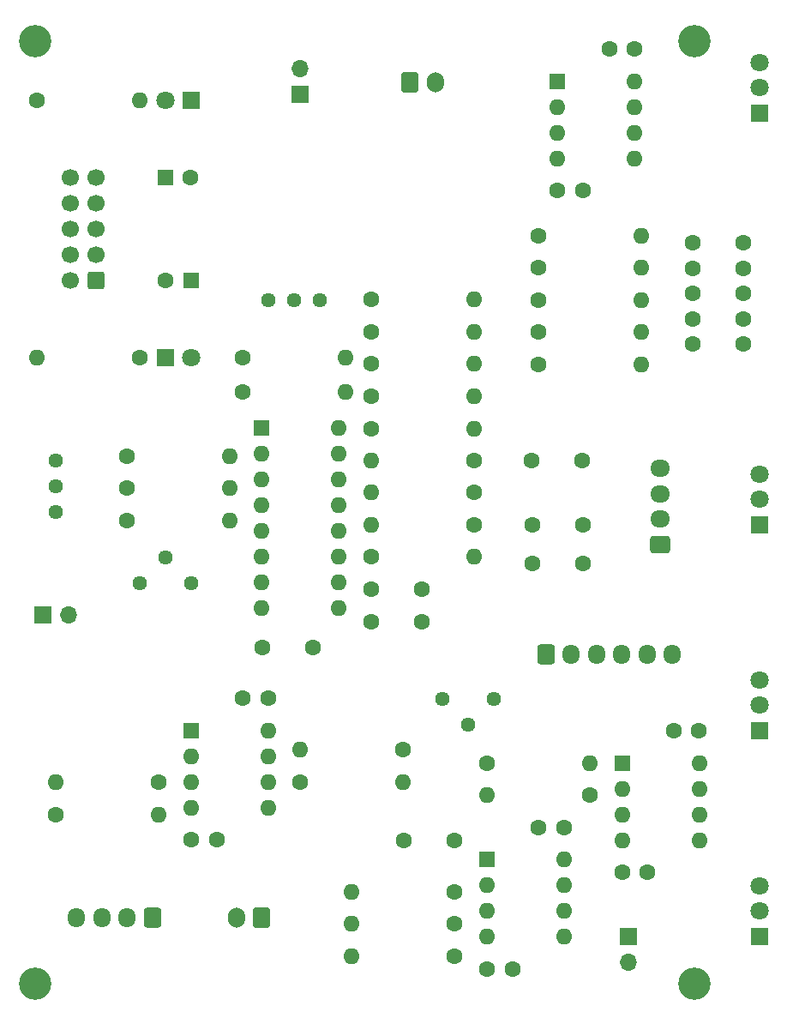
<source format=gbs>
G04 #@! TF.GenerationSoftware,KiCad,Pcbnew,(6.0.11)*
G04 #@! TF.CreationDate,2023-07-18T09:17:08+09:00*
G04 #@! TF.ProjectId,3340VCO,33333430-5643-44f2-9e6b-696361645f70,1.0*
G04 #@! TF.SameCoordinates,Original*
G04 #@! TF.FileFunction,Soldermask,Bot*
G04 #@! TF.FilePolarity,Negative*
%FSLAX46Y46*%
G04 Gerber Fmt 4.6, Leading zero omitted, Abs format (unit mm)*
G04 Created by KiCad (PCBNEW (6.0.11)) date 2023-07-18 09:17:08*
%MOMM*%
%LPD*%
G01*
G04 APERTURE LIST*
G04 Aperture macros list*
%AMRoundRect*
0 Rectangle with rounded corners*
0 $1 Rounding radius*
0 $2 $3 $4 $5 $6 $7 $8 $9 X,Y pos of 4 corners*
0 Add a 4 corners polygon primitive as box body*
4,1,4,$2,$3,$4,$5,$6,$7,$8,$9,$2,$3,0*
0 Add four circle primitives for the rounded corners*
1,1,$1+$1,$2,$3*
1,1,$1+$1,$4,$5*
1,1,$1+$1,$6,$7*
1,1,$1+$1,$8,$9*
0 Add four rect primitives between the rounded corners*
20,1,$1+$1,$2,$3,$4,$5,0*
20,1,$1+$1,$4,$5,$6,$7,0*
20,1,$1+$1,$6,$7,$8,$9,0*
20,1,$1+$1,$8,$9,$2,$3,0*%
G04 Aperture macros list end*
%ADD10R,1.700000X1.700000*%
%ADD11O,1.700000X1.700000*%
%ADD12C,1.600000*%
%ADD13O,1.600000X1.600000*%
%ADD14C,3.200000*%
%ADD15R,1.600000X1.600000*%
%ADD16R,1.800000X1.800000*%
%ADD17C,1.800000*%
%ADD18C,1.440000*%
%ADD19RoundRect,0.250000X-0.600000X-0.750000X0.600000X-0.750000X0.600000X0.750000X-0.600000X0.750000X0*%
%ADD20O,1.700000X2.000000*%
%ADD21RoundRect,0.250000X-0.600000X-0.725000X0.600000X-0.725000X0.600000X0.725000X-0.600000X0.725000X0*%
%ADD22O,1.700000X1.950000*%
%ADD23RoundRect,0.250000X0.725000X-0.600000X0.725000X0.600000X-0.725000X0.600000X-0.725000X-0.600000X0*%
%ADD24O,1.950000X1.700000*%
%ADD25RoundRect,0.250000X0.600000X0.750000X-0.600000X0.750000X-0.600000X-0.750000X0.600000X-0.750000X0*%
%ADD26RoundRect,0.250000X0.600000X0.725000X-0.600000X0.725000X-0.600000X-0.725000X0.600000X-0.725000X0*%
%ADD27RoundRect,0.250000X0.600000X0.600000X-0.600000X0.600000X-0.600000X-0.600000X0.600000X-0.600000X0*%
%ADD28C,1.700000*%
G04 APERTURE END LIST*
D10*
X163195000Y-141605000D03*
D11*
X163195000Y-144145000D03*
D12*
X146050000Y-143510000D03*
D13*
X135890000Y-143510000D03*
D14*
X169705000Y-146225000D03*
D13*
X163840000Y-57160000D03*
X163840000Y-59700000D03*
X163840000Y-62240000D03*
X163840000Y-64780000D03*
X156220000Y-64780000D03*
X156220000Y-62240000D03*
X156220000Y-59700000D03*
D15*
X156220000Y-57160000D03*
D10*
X130810000Y-58420000D03*
D11*
X130810000Y-55880000D03*
D12*
X141010000Y-132080000D03*
X146010000Y-132080000D03*
X154305000Y-81915000D03*
D13*
X164465000Y-81915000D03*
D16*
X176130000Y-121245000D03*
D17*
X176130000Y-118745000D03*
X176130000Y-116245000D03*
D16*
X120015000Y-59055000D03*
D17*
X117475000Y-59055000D03*
D12*
X127040000Y-113030000D03*
X132040000Y-113030000D03*
D13*
X147965000Y-85080000D03*
D12*
X137805000Y-85080000D03*
D13*
X135255000Y-84455000D03*
D12*
X125095000Y-84455000D03*
D13*
X147955000Y-104130000D03*
D12*
X137795000Y-104130000D03*
X154305000Y-78740000D03*
D13*
X164465000Y-78740000D03*
D15*
X149235000Y-134005000D03*
D13*
X149235000Y-136545000D03*
X149235000Y-139085000D03*
X149235000Y-141625000D03*
X156855000Y-141625000D03*
X156855000Y-139085000D03*
X156855000Y-136545000D03*
X156855000Y-134005000D03*
D15*
X117475000Y-66675000D03*
D12*
X119975000Y-66675000D03*
D18*
X127645000Y-78740000D03*
X130185000Y-78740000D03*
X132725000Y-78740000D03*
D14*
X169705000Y-53165000D03*
D19*
X141625000Y-57260000D03*
D20*
X144125000Y-57260000D03*
D12*
X159405000Y-127645000D03*
D13*
X149245000Y-127645000D03*
D14*
X104600000Y-146225000D03*
D17*
X176130000Y-95925000D03*
X176130000Y-98425000D03*
D16*
X176130000Y-100925000D03*
D12*
X154305000Y-72390000D03*
D13*
X164465000Y-72390000D03*
D12*
X165100000Y-135255000D03*
X162600000Y-135255000D03*
X146050000Y-137160000D03*
D13*
X135890000Y-137160000D03*
D21*
X155040000Y-113775000D03*
D22*
X157540000Y-113775000D03*
X160040000Y-113775000D03*
X162540000Y-113775000D03*
X165040000Y-113775000D03*
X167540000Y-113775000D03*
D12*
X153670000Y-94615000D03*
X158670000Y-94615000D03*
X104775000Y-59055000D03*
D13*
X114935000Y-59055000D03*
X147965000Y-81905000D03*
D12*
X137805000Y-81905000D03*
D13*
X147955000Y-91440000D03*
D12*
X137795000Y-91440000D03*
X142835000Y-110490000D03*
X137835000Y-110490000D03*
D13*
X147965000Y-88255000D03*
D12*
X137805000Y-88255000D03*
D13*
X123825000Y-94180000D03*
D12*
X113665000Y-94180000D03*
X158710000Y-67935000D03*
X156210000Y-67935000D03*
D10*
X105410000Y-109855000D03*
D11*
X107950000Y-109855000D03*
D13*
X130820000Y-123180000D03*
D12*
X140980000Y-123180000D03*
D16*
X176130000Y-60285000D03*
D17*
X176130000Y-57785000D03*
X176130000Y-55285000D03*
D12*
X149245000Y-124470000D03*
D13*
X159405000Y-124470000D03*
D16*
X117475000Y-84455000D03*
D17*
X120015000Y-84455000D03*
D12*
X127625000Y-118100000D03*
X125125000Y-118100000D03*
X142835000Y-107315000D03*
X137835000Y-107315000D03*
D18*
X106680000Y-94615000D03*
X106680000Y-97155000D03*
X106680000Y-99695000D03*
D16*
X176130000Y-141565000D03*
D17*
X176130000Y-139065000D03*
X176130000Y-136565000D03*
D23*
X166370000Y-102870000D03*
D24*
X166370000Y-100370000D03*
X166370000Y-97870000D03*
X166370000Y-95370000D03*
D13*
X135255000Y-87830000D03*
D12*
X125095000Y-87830000D03*
X154305000Y-75565000D03*
D13*
X164465000Y-75565000D03*
D25*
X126980000Y-139700000D03*
D20*
X124480000Y-139700000D03*
D12*
X163830000Y-53965000D03*
X161330000Y-53965000D03*
X114935000Y-84455000D03*
D13*
X104775000Y-84455000D03*
D18*
X149900000Y-118110000D03*
X147360000Y-120650000D03*
X144820000Y-118110000D03*
D12*
X122555000Y-132070000D03*
X120055000Y-132070000D03*
D13*
X134620000Y-91430000D03*
X134620000Y-93970000D03*
X134620000Y-96510000D03*
X134620000Y-99050000D03*
X134620000Y-101590000D03*
X134620000Y-104130000D03*
X134620000Y-106670000D03*
X134620000Y-109210000D03*
X127000000Y-109210000D03*
X127000000Y-106670000D03*
X127000000Y-104130000D03*
X127000000Y-101590000D03*
X127000000Y-99050000D03*
X127000000Y-96510000D03*
X127000000Y-93970000D03*
D15*
X127000000Y-91430000D03*
D12*
X169582500Y-83105000D03*
X169582500Y-80605000D03*
X169582500Y-78105000D03*
X169582500Y-75605000D03*
X169582500Y-73105000D03*
X174582500Y-83105000D03*
X174582500Y-80605000D03*
X174582500Y-78105000D03*
X174582500Y-75605000D03*
X174582500Y-73105000D03*
D18*
X120015000Y-106680000D03*
X117475000Y-104140000D03*
X114935000Y-106680000D03*
D13*
X137795000Y-100955000D03*
D12*
X147955000Y-100955000D03*
X146050000Y-140335000D03*
D13*
X135890000Y-140335000D03*
X140980000Y-126355000D03*
D12*
X130820000Y-126355000D03*
D14*
X104600000Y-53165000D03*
D13*
X127645000Y-121295000D03*
X127645000Y-123835000D03*
X127645000Y-126375000D03*
X127645000Y-128915000D03*
X120025000Y-128915000D03*
X120025000Y-126375000D03*
X120025000Y-123835000D03*
D15*
X120025000Y-121295000D03*
D13*
X137795000Y-97780000D03*
D12*
X147955000Y-97780000D03*
X153710000Y-104775000D03*
X158710000Y-104775000D03*
D13*
X137795000Y-94615000D03*
D12*
X147955000Y-94615000D03*
D13*
X106690000Y-126365000D03*
D12*
X116850000Y-126365000D03*
D26*
X116205000Y-139700000D03*
D22*
X113705000Y-139700000D03*
X111205000Y-139700000D03*
X108705000Y-139700000D03*
D27*
X110607500Y-76835000D03*
D28*
X108067500Y-76835000D03*
X110607500Y-74295000D03*
X108067500Y-74295000D03*
X110607500Y-71755000D03*
X108067500Y-71755000D03*
X110607500Y-69215000D03*
X108067500Y-69215000D03*
X110607500Y-66675000D03*
X108067500Y-66675000D03*
D13*
X123825000Y-100530000D03*
D12*
X113665000Y-100530000D03*
D15*
X120015000Y-76835000D03*
D12*
X117515000Y-76835000D03*
D13*
X147965000Y-78730000D03*
D12*
X137805000Y-78730000D03*
X154305000Y-85090000D03*
D13*
X164465000Y-85090000D03*
D12*
X158710000Y-100965000D03*
X153710000Y-100965000D03*
X151765000Y-144780000D03*
X149265000Y-144780000D03*
X170180000Y-121285000D03*
X167680000Y-121285000D03*
X156825000Y-130810000D03*
X154325000Y-130810000D03*
D13*
X116850000Y-129540000D03*
D12*
X106690000Y-129540000D03*
D15*
X162590000Y-124480000D03*
D13*
X162590000Y-127020000D03*
X162590000Y-129560000D03*
X162590000Y-132100000D03*
X170210000Y-132100000D03*
X170210000Y-129560000D03*
X170210000Y-127020000D03*
X170210000Y-124480000D03*
D12*
X113665000Y-97345000D03*
D13*
X123825000Y-97345000D03*
M02*

</source>
